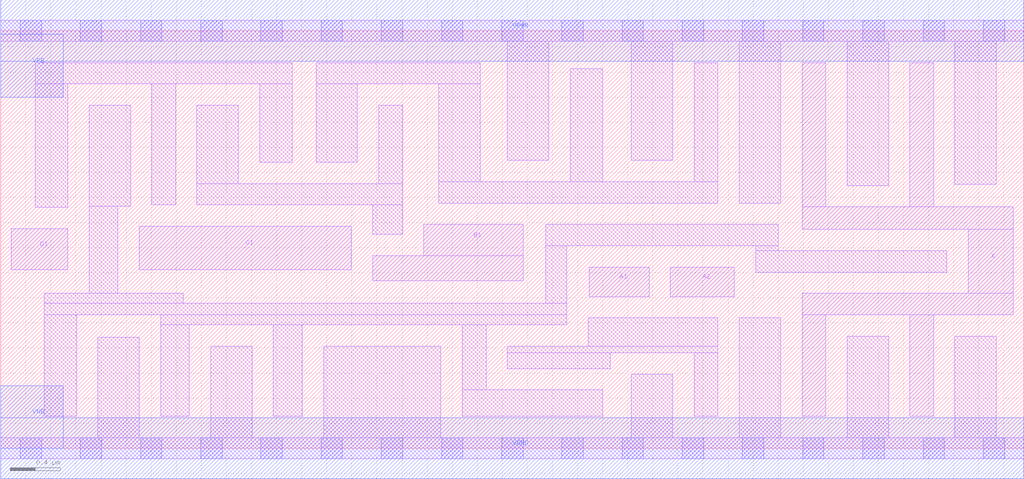
<source format=lef>
# Copyright 2020 The SkyWater PDK Authors
#
# Licensed under the Apache License, Version 2.0 (the "License");
# you may not use this file except in compliance with the License.
# You may obtain a copy of the License at
#
#     https://www.apache.org/licenses/LICENSE-2.0
#
# Unless required by applicable law or agreed to in writing, software
# distributed under the License is distributed on an "AS IS" BASIS,
# WITHOUT WARRANTIES OR CONDITIONS OF ANY KIND, either express or implied.
# See the License for the specific language governing permissions and
# limitations under the License.
#
# SPDX-License-Identifier: Apache-2.0

VERSION 5.5 ;
NAMESCASESENSITIVE ON ;
BUSBITCHARS "[]" ;
DIVIDERCHAR "/" ;
MACRO sky130_fd_sc_lp__a2111o_4
  CLASS CORE ;
  SOURCE USER ;
  ORIGIN  0.000000  0.000000 ;
  SIZE  8.160000 BY  3.330000 ;
  SYMMETRY X Y R90 ;
  SITE unit ;
  PIN A1
    ANTENNAGATEAREA  0.630000 ;
    DIRECTION INPUT ;
    USE SIGNAL ;
    PORT
      LAYER li1 ;
        RECT 4.695000 1.210000 5.170000 1.445000 ;
    END
  END A1
  PIN A2
    ANTENNAGATEAREA  0.630000 ;
    DIRECTION INPUT ;
    USE SIGNAL ;
    PORT
      LAYER li1 ;
        RECT 5.340000 1.210000 5.850000 1.445000 ;
    END
  END A2
  PIN B1
    ANTENNAGATEAREA  0.630000 ;
    DIRECTION INPUT ;
    USE SIGNAL ;
    PORT
      LAYER li1 ;
        RECT 2.965000 1.335000 4.165000 1.535000 ;
        RECT 3.375000 1.535000 4.165000 1.785000 ;
    END
  END B1
  PIN C1
    ANTENNAGATEAREA  0.630000 ;
    DIRECTION INPUT ;
    USE SIGNAL ;
    PORT
      LAYER li1 ;
        RECT 1.105000 1.425000 2.795000 1.770000 ;
    END
  END C1
  PIN D1
    ANTENNAGATEAREA  0.630000 ;
    DIRECTION INPUT ;
    USE SIGNAL ;
    PORT
      LAYER li1 ;
        RECT 0.085000 1.425000 0.535000 1.750000 ;
    END
  END D1
  PIN X
    ANTENNADIFFAREA  1.176000 ;
    DIRECTION OUTPUT ;
    USE SIGNAL ;
    PORT
      LAYER li1 ;
        RECT 6.390000 0.255000 6.580000 1.065000 ;
        RECT 6.390000 1.065000 8.075000 1.235000 ;
        RECT 6.390000 1.745000 8.075000 1.925000 ;
        RECT 6.390000 1.925000 6.580000 3.075000 ;
        RECT 7.250000 0.255000 7.440000 1.065000 ;
        RECT 7.250000 1.925000 7.440000 3.075000 ;
        RECT 7.715000 1.235000 8.075000 1.745000 ;
    END
  END X
  PIN VGND
    DIRECTION INOUT ;
    USE GROUND ;
    PORT
      LAYER met1 ;
        RECT 0.000000 -0.245000 8.160000 0.245000 ;
    END
  END VGND
  PIN VNB
    DIRECTION INOUT ;
    USE GROUND ;
    PORT
      LAYER met1 ;
        RECT 0.000000 0.000000 0.500000 0.500000 ;
    END
  END VNB
  PIN VPB
    DIRECTION INOUT ;
    USE POWER ;
    PORT
      LAYER met1 ;
        RECT 0.000000 2.800000 0.500000 3.300000 ;
    END
  END VPB
  PIN VPWR
    DIRECTION INOUT ;
    USE POWER ;
    PORT
      LAYER met1 ;
        RECT 0.000000 3.085000 8.160000 3.575000 ;
    END
  END VPWR
  OBS
    LAYER li1 ;
      RECT 0.000000 -0.085000 8.160000 0.085000 ;
      RECT 0.000000  3.245000 8.160000 3.415000 ;
      RECT 0.275000  1.920000 0.535000 2.905000 ;
      RECT 0.275000  2.905000 2.325000 3.075000 ;
      RECT 0.345000  0.255000 0.605000 1.065000 ;
      RECT 0.345000  1.065000 4.515000 1.155000 ;
      RECT 0.345000  1.155000 1.455000 1.235000 ;
      RECT 0.705000  1.235000 0.935000 1.930000 ;
      RECT 0.705000  1.930000 1.035000 2.735000 ;
      RECT 0.775000  0.085000 1.105000 0.885000 ;
      RECT 1.205000  1.940000 1.395000 2.905000 ;
      RECT 1.275000  0.255000 1.505000 0.985000 ;
      RECT 1.275000  0.985000 4.515000 1.065000 ;
      RECT 1.565000  1.940000 3.205000 2.110000 ;
      RECT 1.565000  2.110000 1.895000 2.735000 ;
      RECT 1.675000  0.085000 2.005000 0.815000 ;
      RECT 2.065000  2.280000 2.325000 2.905000 ;
      RECT 2.175000  0.255000 2.405000 0.985000 ;
      RECT 2.515000  2.280000 2.845000 2.905000 ;
      RECT 2.515000  2.905000 3.825000 3.075000 ;
      RECT 2.575000  0.085000 3.510000 0.815000 ;
      RECT 2.965000  1.705000 3.205000 1.940000 ;
      RECT 3.015000  2.110000 3.205000 2.735000 ;
      RECT 3.495000  1.955000 5.720000 2.125000 ;
      RECT 3.495000  2.125000 3.825000 2.905000 ;
      RECT 3.680000  0.255000 4.800000 0.465000 ;
      RECT 3.680000  0.465000 3.870000 0.985000 ;
      RECT 4.040000  0.635000 4.860000 0.760000 ;
      RECT 4.040000  0.760000 5.720000 0.815000 ;
      RECT 4.040000  2.295000 4.370000 3.245000 ;
      RECT 4.345000  1.155000 4.515000 1.615000 ;
      RECT 4.345000  1.615000 6.200000 1.785000 ;
      RECT 4.540000  2.125000 4.800000 3.025000 ;
      RECT 4.685000  0.815000 5.720000 1.040000 ;
      RECT 5.030000  0.085000 5.360000 0.590000 ;
      RECT 5.030000  2.295000 5.360000 3.245000 ;
      RECT 5.530000  0.255000 5.720000 0.760000 ;
      RECT 5.530000  2.125000 5.720000 3.075000 ;
      RECT 5.890000  0.085000 6.220000 1.040000 ;
      RECT 5.890000  1.955000 6.220000 3.245000 ;
      RECT 6.020000  1.405000 7.545000 1.575000 ;
      RECT 6.020000  1.575000 6.200000 1.615000 ;
      RECT 6.750000  0.085000 7.080000 0.895000 ;
      RECT 6.750000  2.095000 7.080000 3.245000 ;
      RECT 7.610000  0.085000 7.940000 0.895000 ;
      RECT 7.610000  2.105000 7.940000 3.245000 ;
    LAYER mcon ;
      RECT 0.155000 -0.085000 0.325000 0.085000 ;
      RECT 0.155000  3.245000 0.325000 3.415000 ;
      RECT 0.635000 -0.085000 0.805000 0.085000 ;
      RECT 0.635000  3.245000 0.805000 3.415000 ;
      RECT 1.115000 -0.085000 1.285000 0.085000 ;
      RECT 1.115000  3.245000 1.285000 3.415000 ;
      RECT 1.595000 -0.085000 1.765000 0.085000 ;
      RECT 1.595000  3.245000 1.765000 3.415000 ;
      RECT 2.075000 -0.085000 2.245000 0.085000 ;
      RECT 2.075000  3.245000 2.245000 3.415000 ;
      RECT 2.555000 -0.085000 2.725000 0.085000 ;
      RECT 2.555000  3.245000 2.725000 3.415000 ;
      RECT 3.035000 -0.085000 3.205000 0.085000 ;
      RECT 3.035000  3.245000 3.205000 3.415000 ;
      RECT 3.515000 -0.085000 3.685000 0.085000 ;
      RECT 3.515000  3.245000 3.685000 3.415000 ;
      RECT 3.995000 -0.085000 4.165000 0.085000 ;
      RECT 3.995000  3.245000 4.165000 3.415000 ;
      RECT 4.475000 -0.085000 4.645000 0.085000 ;
      RECT 4.475000  3.245000 4.645000 3.415000 ;
      RECT 4.955000 -0.085000 5.125000 0.085000 ;
      RECT 4.955000  3.245000 5.125000 3.415000 ;
      RECT 5.435000 -0.085000 5.605000 0.085000 ;
      RECT 5.435000  3.245000 5.605000 3.415000 ;
      RECT 5.915000 -0.085000 6.085000 0.085000 ;
      RECT 5.915000  3.245000 6.085000 3.415000 ;
      RECT 6.395000 -0.085000 6.565000 0.085000 ;
      RECT 6.395000  3.245000 6.565000 3.415000 ;
      RECT 6.875000 -0.085000 7.045000 0.085000 ;
      RECT 6.875000  3.245000 7.045000 3.415000 ;
      RECT 7.355000 -0.085000 7.525000 0.085000 ;
      RECT 7.355000  3.245000 7.525000 3.415000 ;
      RECT 7.835000 -0.085000 8.005000 0.085000 ;
      RECT 7.835000  3.245000 8.005000 3.415000 ;
  END
END sky130_fd_sc_lp__a2111o_4

</source>
